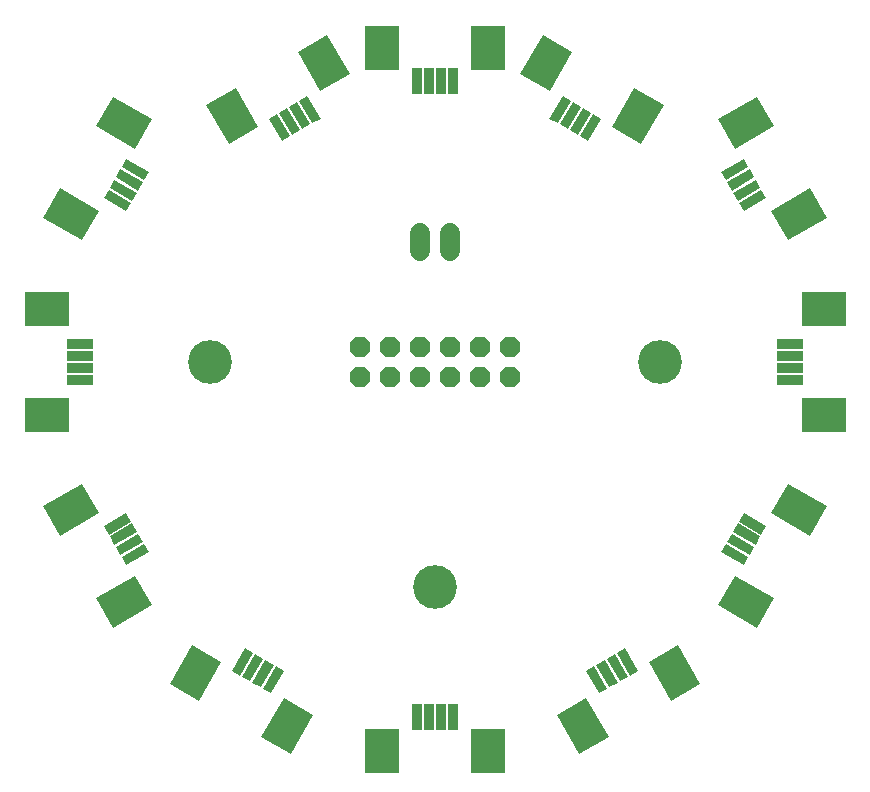
<source format=gts>
G04 EAGLE Gerber X2 export*
G75*
%MOMM*%
%FSLAX34Y34*%
%LPD*%
%AMOC8*
5,1,8,0,0,1.08239X$1,22.5*%
G01*
%ADD10C,3.703200*%
%ADD11P,1.869504X8X22.500000*%
%ADD12C,1.727200*%
%ADD13R,2.209800X0.812800*%
%ADD14R,3.810000X2.870200*%
%ADD15R,0.812800X2.209800*%
%ADD16R,2.870200X3.810000*%


D10*
X190500Y0D03*
X0Y-190500D03*
X-190500Y0D03*
D11*
X-63500Y-12700D03*
X-63500Y12700D03*
X-38100Y-12700D03*
X-38100Y12700D03*
X-12700Y-12700D03*
X-12700Y12700D03*
X12700Y-12700D03*
X12700Y12700D03*
X38100Y-12700D03*
X38100Y12700D03*
X63500Y-12700D03*
X63500Y12700D03*
D12*
X-12700Y93980D02*
X-12700Y109220D01*
X12700Y109220D02*
X12700Y93980D01*
D13*
G36*
X114291Y196119D02*
X125339Y215255D01*
X132379Y211191D01*
X121331Y192055D01*
X114291Y196119D01*
G37*
G36*
X122870Y191166D02*
X133918Y210302D01*
X140958Y206238D01*
X129910Y187102D01*
X122870Y191166D01*
G37*
G36*
X96913Y206152D02*
X107961Y225288D01*
X115001Y221224D01*
X103953Y202088D01*
X96913Y206152D01*
G37*
G36*
X105492Y201199D02*
X116540Y220335D01*
X123580Y216271D01*
X112532Y197135D01*
X105492Y201199D01*
G37*
D14*
G36*
X149841Y198764D02*
X168891Y231759D01*
X193747Y217408D01*
X174697Y184413D01*
X149841Y198764D01*
G37*
G36*
X72191Y243595D02*
X91241Y276590D01*
X116097Y262239D01*
X97047Y229244D01*
X72191Y243595D01*
G37*
D15*
X-5080Y-300863D03*
X-14986Y-300863D03*
X14986Y-300863D03*
X5080Y-300863D03*
D16*
X-44831Y-328930D03*
X44831Y-328930D03*
D13*
G36*
X-145279Y-251237D02*
X-156327Y-270373D01*
X-163367Y-266309D01*
X-152319Y-247173D01*
X-145279Y-251237D01*
G37*
G36*
X-153858Y-246284D02*
X-164906Y-265420D01*
X-171946Y-261356D01*
X-160898Y-242220D01*
X-153858Y-246284D01*
G37*
G36*
X-127901Y-261270D02*
X-138949Y-280406D01*
X-145989Y-276342D01*
X-134941Y-257206D01*
X-127901Y-261270D01*
G37*
G36*
X-136480Y-256317D02*
X-147528Y-275453D01*
X-154568Y-271389D01*
X-143520Y-252253D01*
X-136480Y-256317D01*
G37*
D14*
G36*
X-180829Y-253882D02*
X-199879Y-286877D01*
X-224735Y-272526D01*
X-205685Y-239531D01*
X-180829Y-253882D01*
G37*
G36*
X-103179Y-298713D02*
X-122229Y-331708D01*
X-147085Y-317357D01*
X-128035Y-284362D01*
X-103179Y-298713D01*
G37*
D13*
G36*
X-252253Y-143520D02*
X-271389Y-154568D01*
X-275453Y-147528D01*
X-256317Y-136480D01*
X-252253Y-143520D01*
G37*
G36*
X-257206Y-134941D02*
X-276342Y-145989D01*
X-280406Y-138949D01*
X-261270Y-127901D01*
X-257206Y-134941D01*
G37*
G36*
X-242220Y-160898D02*
X-261356Y-171946D01*
X-265420Y-164906D01*
X-246284Y-153858D01*
X-242220Y-160898D01*
G37*
G36*
X-247173Y-152319D02*
X-266309Y-163367D01*
X-270373Y-156327D01*
X-251237Y-145279D01*
X-247173Y-152319D01*
G37*
D14*
G36*
X-284362Y-128035D02*
X-317357Y-147085D01*
X-331708Y-122229D01*
X-298713Y-103179D01*
X-284362Y-128035D01*
G37*
G36*
X-239531Y-205685D02*
X-272526Y-224735D01*
X-286877Y-199879D01*
X-253882Y-180829D01*
X-239531Y-205685D01*
G37*
D15*
X5080Y237871D03*
X14986Y237871D03*
X-14986Y237871D03*
X-5080Y237871D03*
D16*
X44831Y265938D03*
X-44831Y265938D03*
D13*
G36*
X-112532Y197135D02*
X-123580Y216271D01*
X-116540Y220335D01*
X-105492Y201199D01*
X-112532Y197135D01*
G37*
G36*
X-103953Y202088D02*
X-115001Y221224D01*
X-107961Y225288D01*
X-96913Y206152D01*
X-103953Y202088D01*
G37*
G36*
X-129910Y187102D02*
X-140958Y206238D01*
X-133918Y210302D01*
X-122870Y191166D01*
X-129910Y187102D01*
G37*
G36*
X-121331Y192055D02*
X-132379Y211191D01*
X-125339Y215255D01*
X-114291Y196119D01*
X-121331Y192055D01*
G37*
D14*
G36*
X-97047Y229244D02*
X-116097Y262239D01*
X-91241Y276590D01*
X-72191Y243595D01*
X-97047Y229244D01*
G37*
G36*
X-174697Y184413D02*
X-193747Y217408D01*
X-168891Y231759D01*
X-149841Y198764D01*
X-174697Y184413D01*
G37*
D13*
G36*
X-251237Y145279D02*
X-270373Y156327D01*
X-266309Y163367D01*
X-247173Y152319D01*
X-251237Y145279D01*
G37*
G36*
X-246284Y153858D02*
X-265420Y164906D01*
X-261356Y171946D01*
X-242220Y160898D01*
X-246284Y153858D01*
G37*
G36*
X-261270Y127901D02*
X-280406Y138949D01*
X-276342Y145989D01*
X-257206Y134941D01*
X-261270Y127901D01*
G37*
G36*
X-256317Y136480D02*
X-275453Y147528D01*
X-271389Y154568D01*
X-252253Y143520D01*
X-256317Y136480D01*
G37*
D14*
G36*
X-253882Y180829D02*
X-286877Y199879D01*
X-272526Y224735D01*
X-239531Y205685D01*
X-253882Y180829D01*
G37*
G36*
X-298713Y103179D02*
X-331708Y122229D01*
X-317357Y147085D01*
X-284362Y128035D01*
X-298713Y103179D01*
G37*
D13*
X-300863Y5080D03*
X-300863Y14986D03*
X-300863Y-14986D03*
X-300863Y-5080D03*
D14*
X-328930Y44831D03*
X-328930Y-44831D03*
D13*
G36*
X252253Y143520D02*
X271389Y154568D01*
X275453Y147528D01*
X256317Y136480D01*
X252253Y143520D01*
G37*
G36*
X257206Y134941D02*
X276342Y145989D01*
X280406Y138949D01*
X261270Y127901D01*
X257206Y134941D01*
G37*
G36*
X242220Y160898D02*
X261356Y171946D01*
X265420Y164906D01*
X246284Y153858D01*
X242220Y160898D01*
G37*
G36*
X247173Y152319D02*
X266309Y163367D01*
X270373Y156327D01*
X251237Y145279D01*
X247173Y152319D01*
G37*
D14*
G36*
X284362Y128035D02*
X317357Y147085D01*
X331708Y122229D01*
X298713Y103179D01*
X284362Y128035D01*
G37*
G36*
X239531Y205685D02*
X272526Y224735D01*
X286877Y199879D01*
X253882Y180829D01*
X239531Y205685D01*
G37*
D13*
X300863Y-5080D03*
X300863Y-14986D03*
X300863Y14986D03*
X300863Y5080D03*
D14*
X328930Y-44831D03*
X328930Y44831D03*
D13*
G36*
X251237Y-145279D02*
X270373Y-156327D01*
X266309Y-163367D01*
X247173Y-152319D01*
X251237Y-145279D01*
G37*
G36*
X246284Y-153858D02*
X265420Y-164906D01*
X261356Y-171946D01*
X242220Y-160898D01*
X246284Y-153858D01*
G37*
G36*
X261270Y-127901D02*
X280406Y-138949D01*
X276342Y-145989D01*
X257206Y-134941D01*
X261270Y-127901D01*
G37*
G36*
X256317Y-136480D02*
X275453Y-147528D01*
X271389Y-154568D01*
X252253Y-143520D01*
X256317Y-136480D01*
G37*
D14*
G36*
X253882Y-180829D02*
X286877Y-199879D01*
X272526Y-224735D01*
X239531Y-205685D01*
X253882Y-180829D01*
G37*
G36*
X298713Y-103179D02*
X331708Y-122229D01*
X317357Y-147085D01*
X284362Y-128035D01*
X298713Y-103179D01*
G37*
D13*
G36*
X143520Y-252253D02*
X154568Y-271389D01*
X147528Y-275453D01*
X136480Y-256317D01*
X143520Y-252253D01*
G37*
G36*
X134941Y-257206D02*
X145989Y-276342D01*
X138949Y-280406D01*
X127901Y-261270D01*
X134941Y-257206D01*
G37*
G36*
X160898Y-242220D02*
X171946Y-261356D01*
X164906Y-265420D01*
X153858Y-246284D01*
X160898Y-242220D01*
G37*
G36*
X152319Y-247173D02*
X163367Y-266309D01*
X156327Y-270373D01*
X145279Y-251237D01*
X152319Y-247173D01*
G37*
D14*
G36*
X128035Y-284362D02*
X147085Y-317357D01*
X122229Y-331708D01*
X103179Y-298713D01*
X128035Y-284362D01*
G37*
G36*
X205685Y-239531D02*
X224735Y-272526D01*
X199879Y-286877D01*
X180829Y-253882D01*
X205685Y-239531D01*
G37*
M02*

</source>
